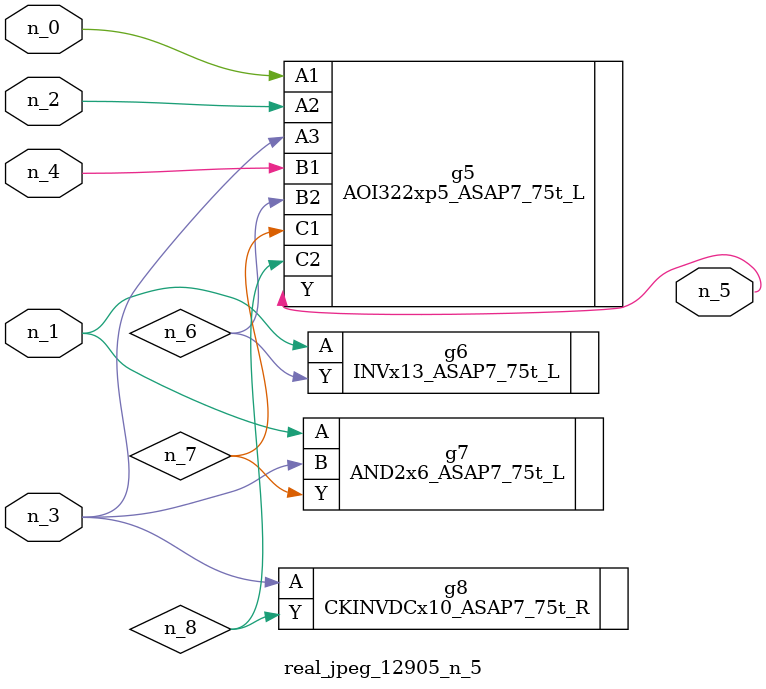
<source format=v>
module real_jpeg_12905_n_5 (n_4, n_0, n_1, n_2, n_3, n_5);

input n_4;
input n_0;
input n_1;
input n_2;
input n_3;

output n_5;

wire n_8;
wire n_6;
wire n_7;

AOI322xp5_ASAP7_75t_L g5 ( 
.A1(n_0),
.A2(n_2),
.A3(n_3),
.B1(n_4),
.B2(n_6),
.C1(n_7),
.C2(n_8),
.Y(n_5)
);

INVx13_ASAP7_75t_L g6 ( 
.A(n_1),
.Y(n_6)
);

AND2x6_ASAP7_75t_L g7 ( 
.A(n_1),
.B(n_3),
.Y(n_7)
);

CKINVDCx10_ASAP7_75t_R g8 ( 
.A(n_3),
.Y(n_8)
);


endmodule
</source>
